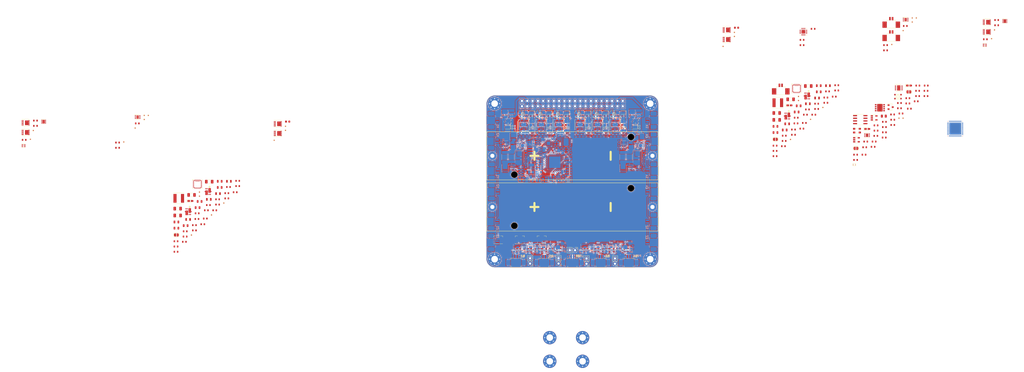
<source format=kicad_pcb>
(kicad_pcb (version 20210623) (generator pcbnew)

  (general
    (thickness 1)
  )

  (paper "A4")
  (title_block
    (title "BUTCube - EPS")
    (date "2021-08-20")
    (rev "v1.0")
    (company "VUT - FIT(STRaDe) & FME(IAE & IPE)")
    (comment 1 "Author: Petr Malaník")
  )

  (layers
    (0 "F.Cu" signal)
    (1 "In1.Cu" power)
    (2 "In2.Cu" mixed)
    (31 "B.Cu" signal)
    (32 "B.Adhes" user "B.Adhesive")
    (33 "F.Adhes" user "F.Adhesive")
    (34 "B.Paste" user)
    (35 "F.Paste" user)
    (36 "B.SilkS" user "B.Silkscreen")
    (37 "F.SilkS" user "F.Silkscreen")
    (38 "B.Mask" user)
    (39 "F.Mask" user)
    (40 "Dwgs.User" user "User.Drawings")
    (41 "Cmts.User" user "User.Comments")
    (42 "Eco1.User" user "User.Eco1")
    (43 "Eco2.User" user "User.Eco2")
    (44 "Edge.Cuts" user)
    (45 "Margin" user)
    (46 "B.CrtYd" user "B.Courtyard")
    (47 "F.CrtYd" user "F.Courtyard")
    (48 "B.Fab" user)
    (49 "F.Fab" user)
    (50 "User.1" user)
    (51 "User.2" user)
    (52 "User.3" user)
    (53 "User.4" user)
    (54 "User.5" user)
    (55 "User.6" user)
    (56 "User.7" user)
    (57 "User.8" user)
    (58 "User.9" user)
  )

  (setup
    (stackup
      (layer "F.SilkS" (type "Top Silk Screen"))
      (layer "F.Paste" (type "Top Solder Paste"))
      (layer "F.Mask" (type "Top Solder Mask") (color "Green") (thickness 0.01))
      (layer "F.Cu" (type "copper") (thickness 0.035))
      (layer "dielectric 1" (type "core") (thickness 0.28) (material "FR4") (epsilon_r 4.5) (loss_tangent 0.02))
      (layer "In1.Cu" (type "copper") (thickness 0.035))
      (layer "dielectric 2" (type "prepreg") (thickness 0.28) (material "FR4") (epsilon_r 4.5) (loss_tangent 0.02))
      (layer "In2.Cu" (type "copper") (thickness 0.035))
      (layer "dielectric 3" (type "core") (thickness 0.28) (material "FR4") (epsilon_r 4.5) (loss_tangent 0.02))
      (layer "B.Cu" (type "copper") (thickness 0.035))
      (layer "B.Mask" (type "Bottom Solder Mask") (color "Green") (thickness 0.01))
      (layer "B.Paste" (type "Bottom Solder Paste"))
      (layer "B.SilkS" (type "Bottom Silk Screen"))
      (copper_finish "Immersion gold")
      (dielectric_constraints no)
    )
    (pad_to_mask_clearance 0)
    (pcbplotparams
      (layerselection 0x00010fc_ffffffff)
      (disableapertmacros false)
      (usegerberextensions false)
      (usegerberattributes true)
      (usegerberadvancedattributes true)
      (creategerberjobfile true)
      (svguseinch false)
      (svgprecision 6)
      (excludeedgelayer true)
      (plotframeref false)
      (viasonmask false)
      (mode 1)
      (useauxorigin false)
      (hpglpennumber 1)
      (hpglpenspeed 20)
      (hpglpendiameter 15.000000)
      (dxfpolygonmode true)
      (dxfimperialunits true)
      (dxfusepcbnewfont true)
      (psnegative false)
      (psa4output false)
      (plotreference true)
      (plotvalue true)
      (plotinvisibletext false)
      (sketchpadsonfab false)
      (subtractmaskfromsilk false)
      (outputformat 1)
      (mirror false)
      (drillshape 1)
      (scaleselection 1)
      (outputdirectory "")
    )
  )

  (net 0 "")
  (net 1 "Net-(C1-Pad1)")
  (net 2 "VBUS")
  (net 3 "/Unit #1/MCU/MCU_POWER")
  (net 4 "/Unit #1/Battery charger/BAT")
  (net 5 "/Unit #1/Battery charger/SOLAR_IN")
  (net 6 "/USB power/USB_POWER")
  (net 7 "Net-(C6-Pad1)")
  (net 8 "Net-(C6-Pad2)")
  (net 9 "Net-(C7-Pad1)")
  (net 10 "GND")
  (net 11 "Net-(C7-Pad2)")
  (net 12 "Net-(C8-Pad1)")
  (net 13 "/Unit #1/Battery charger/PMID")
  (net 14 "/Unit #1/Battery charger/SYS")
  (net 15 "/Unit #1/Battery charger/REGN")
  (net 16 "/Unit #1/Activation control/PWR_OUT")
  (net 17 "Net-(C29-Pad1)")
  (net 18 "/Unit #1/MCU/OUT_CUR")
  (net 19 "Net-(C32-Pad1)")
  (net 20 "/Unit #1/MCU/VREF")
  (net 21 "Net-(C47-Pad1)")
  (net 22 "/Unit #2/MCU/MCU_POWER")
  (net 23 "/Unit #2/Battery charger/SOLAR_IN")
  (net 24 "Net-(C52-Pad1)")
  (net 25 "Net-(C52-Pad2)")
  (net 26 "Net-(C53-Pad1)")
  (net 27 "Net-(C53-Pad2)")
  (net 28 "Net-(C54-Pad1)")
  (net 29 "/Unit #2/Battery charger/PMID")
  (net 30 "/Unit #2/Battery charger/SYS")
  (net 31 "/Unit #2/Battery charger/REGN")
  (net 32 "/Unit #2/Activation control/PWR_OUT")
  (net 33 "Net-(C75-Pad1)")
  (net 34 "/Unit #2/MCU/OUT_CUR")
  (net 35 "Net-(C78-Pad1)")
  (net 36 "/Unit #2/MCU/VREF")
  (net 37 "Net-(C93-Pad1)")
  (net 38 "Net-(C94-Pad1)")
  (net 39 "/Unit #1/Output control/PWR_OUT")
  (net 40 "Net-(C96-Pad1)")
  (net 41 "Net-(C97-Pad1)")
  (net 42 "/Unit #2/Output control/PWR_OUT")
  (net 43 "Net-(C101-Pad1)")
  (net 44 "Net-(C102-Pad1)")
  (net 45 "Net-(C106-Pad1)")
  (net 46 "Net-(C107-Pad1)")
  (net 47 "Net-(C111-Pad1)")
  (net 48 "Net-(C112-Pad1)")
  (net 49 "Net-(C116-Pad1)")
  (net 50 "Net-(C117-Pad1)")
  (net 51 "Net-(C121-Pad1)")
  (net 52 "Net-(C122-Pad1)")
  (net 53 "/Unit #1/ADC/VBAT_CUR")
  (net 54 "/Unit #2/ADC/VBAT_CUR")
  (net 55 "Net-(C129-Pad1)")
  (net 56 "Net-(C130-Pad1)")
  (net 57 "Net-(C131-Pad1)")
  (net 58 "Net-(C132-Pad1)")
  (net 59 "Net-(C133-Pad1)")
  (net 60 "/Unit #2/Activation control/Activation logic/PWR_IN")
  (net 61 "Net-(C138-Pad1)")
  (net 62 "Net-(C139-Pad1)")
  (net 63 "Net-(C140-Pad1)")
  (net 64 "Net-(C141-Pad1)")
  (net 65 "Net-(C142-Pad1)")
  (net 66 "/Unit #1/Activation control/Activation logic/PWR_IN")
  (net 67 "Net-(D2-Pad2)")
  (net 68 "/Stack connector/CAN_L")
  (net 69 "/Stack connector/CAN_H")
  (net 70 "/Unit #1/ADC/1V8_CUR")
  (net 71 "/Unit #2/ADC/1V8_CUR")
  (net 72 "/Unit #1/ADC/3V3_CUR")
  (net 73 "/Unit #2/ADC/3V3_CUR")
  (net 74 "/Unit #1/ADC/5V_CUR")
  (net 75 "/Unit #2/ADC/5V_CUR")
  (net 76 "/Unit #1/Activation control/PWR_IN")
  (net 77 "/Unit #1/MCU/POWER")
  (net 78 "Net-(F3-Pad2)")
  (net 79 "/Unit #2/Activation control/PWR_IN")
  (net 80 "/Unit #2/MCU/POWER")
  (net 81 "Net-(F6-Pad2)")
  (net 82 "Net-(F7-Pad1)")
  (net 83 "/Unit #1/1V8")
  (net 84 "Net-(F8-Pad1)")
  (net 85 "/Unit #2/1V8")
  (net 86 "Net-(F9-Pad1)")
  (net 87 "/Unit #1/3V3")
  (net 88 "Net-(F10-Pad1)")
  (net 89 "/Unit #2/3V3")
  (net 90 "Net-(F11-Pad1)")
  (net 91 "/Unit #1/5V")
  (net 92 "Net-(F12-Pad1)")
  (net 93 "/Unit #2/5V")
  (net 94 "Net-(F13-Pad1)")
  (net 95 "/Unit #1/VBAT")
  (net 96 "Net-(F14-Pad1)")
  (net 97 "/Unit #2/VBAT")
  (net 98 "Net-(J7-Pad1)")
  (net 99 "/Unit #1/MCU/DBG_TX")
  (net 100 "/Unit #1/MCU/DBG_RX")
  (net 101 "/Unit #1/MCU/SWCLK")
  (net 102 "/Unit #1/MCU/SWDIO")
  (net 103 "/Unit #1/Battery temperature control/NTC_OUT")
  (net 104 "Net-(J11-Pad1)")
  (net 105 "/Stack connector/EPS#1_CHARGE")
  (net 106 "/Stack connector/RS_485_~{B}")
  (net 107 "/Stack connector/RS_485_A")
  (net 108 "/Stack connector/EPS#2_CHARGE")
  (net 109 "Net-(J19-Pad1)")
  (net 110 "/Unit #2/MCU/DBG_TX")
  (net 111 "/Unit #2/MCU/DBG_RX")
  (net 112 "/Unit #2/MCU/SWCLK")
  (net 113 "/Unit #2/MCU/SWDIO")
  (net 114 "/Unit #2/Battery temperature control/NTC_OUT")
  (net 115 "Net-(J23-Pad1)")
  (net 116 "/Activation switches/RBF_PIN")
  (net 117 "/Activation switches/SW_#1")
  (net 118 "/Activation switches/SW_#2")
  (net 119 "/Activation switches/SW_#3")
  (net 120 "/Activation switches/SW_#4")
  (net 121 "Net-(JP1-Pad2)")
  (net 122 "Net-(JP2-Pad1)")
  (net 123 "/Unit #1/MCU/NRST")
  (net 124 "Net-(JP3-Pad1)")
  (net 125 "Net-(JP3-Pad2)")
  (net 126 "Net-(JP4-Pad2)")
  (net 127 "Net-(JP5-Pad1)")
  (net 128 "/Unit #2/MCU/NRST")
  (net 129 "Net-(JP6-Pad1)")
  (net 130 "Net-(JP6-Pad2)")
  (net 131 "Net-(L3-Pad1)")
  (net 132 "Net-(L3-Pad2)")
  (net 133 "Net-(L4-Pad1)")
  (net 134 "Net-(L4-Pad2)")
  (net 135 "Net-(L5-Pad1)")
  (net 136 "Net-(L5-Pad2)")
  (net 137 "Net-(L6-Pad1)")
  (net 138 "Net-(L6-Pad2)")
  (net 139 "Net-(L7-Pad1)")
  (net 140 "Net-(L7-Pad2)")
  (net 141 "Net-(L8-Pad1)")
  (net 142 "Net-(L8-Pad2)")
  (net 143 "Net-(Q1-PadG1)")
  (net 144 "Net-(Q1-PadS1)")
  (net 145 "Net-(Q2-PadG1)")
  (net 146 "Net-(Q2-PadS1)")
  (net 147 "/Unit #1/Activation control/Activation logic/SEP_EN")
  (net 148 "Net-(Q3-Pad5)")
  (net 149 "/Unit #1/Activation control/Activation logic/RBF_EN")
  (net 150 "Net-(Q5-Pad1)")
  (net 151 "Net-(Q5-Pad3)")
  (net 152 "Net-(Q7-Pad1)")
  (net 153 "Net-(Q7-Pad4)")
  (net 154 "Net-(Q7-Pad5)")
  (net 155 "Net-(Q9-PadG1)")
  (net 156 "Net-(Q9-PadS1)")
  (net 157 "Net-(Q10-PadG1)")
  (net 158 "Net-(Q10-PadS1)")
  (net 159 "/Unit #2/Activation control/Activation logic/SEP_EN")
  (net 160 "Net-(Q11-Pad5)")
  (net 161 "/Unit #2/Activation control/Activation logic/RBF_EN")
  (net 162 "Net-(Q13-Pad1)")
  (net 163 "Net-(Q13-Pad3)")
  (net 164 "Net-(Q15-Pad1)")
  (net 165 "Net-(Q15-Pad4)")
  (net 166 "Net-(Q15-Pad5)")
  (net 167 "Net-(Q17-Pad4)")
  (net 168 "Net-(Q17-Pad5)")
  (net 169 "Net-(Q18-Pad1)")
  (net 170 "Net-(Q18-Pad4)")
  (net 171 "Net-(Q19-Pad4)")
  (net 172 "Net-(Q19-Pad5)")
  (net 173 "Net-(Q20-Pad1)")
  (net 174 "Net-(Q20-Pad4)")
  (net 175 "/Unit #1/Power supplies/Power_supply_1V8/PER_POWER")
  (net 176 "/Unit #1/MCU/1V8_EN")
  (net 177 "/Unit #2/Power supplies/Power_supply_1V8/PER_POWER")
  (net 178 "/Unit #2/MCU/1V8_EN")
  (net 179 "/Unit #1/MCU/3V3_EN")
  (net 180 "/Unit #2/MCU/3V3_EN")
  (net 181 "/Unit #1/Power supplies/Power_supply_5V/PER_POWER")
  (net 182 "/Unit #1/MCU/5V_EN")
  (net 183 "/Unit #2/Power supplies/Power_supply_5V/PER_POWER")
  (net 184 "/Unit #2/MCU/5V_EN")
  (net 185 "Net-(Q27-Pad1)")
  (net 186 "/Unit #1/MCU/VBAT_EN")
  (net 187 "Net-(Q28-Pad1)")
  (net 188 "/Unit #2/MCU/VBAT_EN")
  (net 189 "/Unit #1/Battery charger/D+")
  (net 190 "/Unit #1/Battery charger/D-")
  (net 191 "Net-(R5-Pad2)")
  (net 192 "Net-(R6-Pad2)")
  (net 193 "Net-(R7-Pad1)")
  (net 194 "Net-(R8-Pad2)")
  (net 195 "Net-(D1-Pad2)")
  (net 196 "Net-(R11-Pad1)")
  (net 197 "Net-(R16-Pad2)")
  (net 198 "Net-(R17-Pad2)")
  (net 199 "Net-(R18-Pad2)")
  (net 200 "Net-(R21-Pad2)")
  (net 201 "Net-(R22-Pad1)")
  (net 202 "Net-(R24-Pad2)")
  (net 203 "/Unit #1/MCU/VBAT")
  (net 204 "/Unit #1/MCU/VDDUSB")
  (net 205 "Net-(R30-Pad1)")
  (net 206 "/Unit #1/MCU/CAN_RS")
  (net 207 "/Unit #1/MCU/RS_485_R_EN")
  (net 208 "/Unit #1/MCU/RS_485_T_EN")
  (net 209 "/Unit #1/Battery temperature control/EN")
  (net 210 "/Unit #1/Battery temperature control/NTC_REF")
  (net 211 "/Unit #2/Battery charger/D+")
  (net 212 "/Unit #2/Battery charger/D-")
  (net 213 "Net-(R47-Pad2)")
  (net 214 "Net-(R57-Pad2)")
  (net 215 "/Unit #2/MCU/VBAT")
  (net 216 "/Unit #2/MCU/VDDUSB")
  (net 217 "/Unit #2/MCU/CAN_RS")
  (net 218 "/Unit #2/MCU/RS_485_R_EN")
  (net 219 "/Unit #2/MCU/RS_485_T_EN")
  (net 220 "/Unit #2/Battery temperature control/EN")
  (net 221 "/Unit #2/Battery temperature control/NTC_REF")
  (net 222 "Net-(R82-Pad1)")
  (net 223 "Net-(R91-Pad2)")
  (net 224 "Net-(R98-Pad2)")
  (net 225 "Net-(R105-Pad2)")
  (net 226 "Net-(R112-Pad2)")
  (net 227 "Net-(R119-Pad2)")
  (net 228 "/Unit #1/Battery temperature control/~{FAULT}")
  (net 229 "/Unit #2/Battery temperature control/~{FAULT}")
  (net 230 "Net-(TP61-Pad1)")
  (net 231 "Net-(TP62-Pad1)")
  (net 232 "Net-(TP63-Pad1)")
  (net 233 "Net-(TP64-Pad1)")
  (net 234 "Net-(TP67-Pad1)")
  (net 235 "Net-(TP69-Pad1)")
  (net 236 "Net-(TP70-Pad1)")
  (net 237 "Net-(TP71-Pad1)")
  (net 238 "Net-(TP72-Pad1)")
  (net 239 "Net-(TP75-Pad1)")
  (net 240 "/Unit #1/ADC/~{CS}")
  (net 241 "/Unit #1/MCU/SPI_MISO")
  (net 242 "/Unit #1/MCU/SPI_SCK")
  (net 243 "/Unit #1/MCU/SPI_MOSI")
  (net 244 "Net-(D1-Pad1)")
  (net 245 "/Unit #1/Battery charger/SCL")
  (net 246 "/Unit #1/Battery charger/SDA")
  (net 247 "/Unit #1/Battery charger/~{INT}")
  (net 248 "/Unit #1/MCU/WDG_RESET")
  (net 249 "/Unit #1/MCU/FRAM_CS")
  (net 250 "/Unit #1/MCU/LSE")
  (net 251 "/Unit #1/MCU/HSE")
  (net 252 "/Unit #1/Battery charger/BAT_ALERT")
  (net 253 "/Unit #1/MCU/RS_485_R")
  (net 254 "/Unit #1/MCU/RS_485_T")
  (net 255 "/Unit #1/MCU/CAN_RX")
  (net 256 "/Unit #1/MCU/CAN_TX")
  (net 257 "/Unit #2/ADC/~{CS}")
  (net 258 "/Unit #2/MCU/SPI_MISO")
  (net 259 "/Unit #2/MCU/SPI_SCK")
  (net 260 "/Unit #2/MCU/SPI_MOSI")
  (net 261 "Net-(D5-Pad1)")
  (net 262 "/Unit #2/Battery charger/SCL")
  (net 263 "/Unit #2/Battery charger/SDA")
  (net 264 "/Unit #2/Battery charger/~{INT}")
  (net 265 "/Unit #2/MCU/WDG_RESET")
  (net 266 "/Unit #2/MCU/FRAM_CS")
  (net 267 "/Unit #2/MCU/LSE")
  (net 268 "/Unit #2/MCU/HSE")
  (net 269 "/Unit #2/Battery charger/BAT_ALERT")
  (net 270 "/Unit #2/MCU/RS_485_R")
  (net 271 "/Unit #2/MCU/RS_485_T")
  (net 272 "/Unit #2/MCU/CAN_RX")
  (net 273 "/Unit #2/MCU/CAN_TX")
  (net 274 "Net-(U52-Pad6)")
  (net 275 "Net-(U53-Pad8)")
  (net 276 "Net-(U54-Pad12)")
  (net 277 "Net-(U48-Pad6)")
  (net 278 "Net-(U48-Pad8)")
  (net 279 "Net-(U48-Pad12)")
  (net 280 "Net-(U49-Pad10)")
  (net 281 "Net-(U49-Pad8)")
  (net 282 "Net-(U49-Pad12)")
  (net 283 "Net-(U50-Pad12)")
  (net 284 "Net-(U52-Pad8)")
  (net 285 "Net-(U52-Pad12)")
  (net 286 "Net-(U53-Pad10)")
  (net 287 "Net-(U53-Pad12)")
  (net 288 "Net-(D4-Pad1)")
  (net 289 "Net-(D7-Pad1)")
  (net 290 "Net-(D7-Pad2)")
  (net 291 "Net-(D8-Pad2)")
  (net 292 "Net-(D10-Pad1)")
  (net 293 "Net-(D11-Pad1)")
  (net 294 "/Unit #1/MCU/LED1")
  (net 295 "/Unit #1/MCU/LED2")
  (net 296 "Net-(R41-Pad1)")
  (net 297 "Net-(R46-Pad2)")
  (net 298 "Net-(R48-Pad1)")
  (net 299 "Net-(R49-Pad2)")
  (net 300 "Net-(R52-Pad1)")
  (net 301 "Net-(R58-Pad2)")
  (net 302 "Net-(R59-Pad2)")
  (net 303 "Net-(R62-Pad2)")
  (net 304 "Net-(R63-Pad1)")
  (net 305 "Net-(R65-Pad2)")
  (net 306 "Net-(R71-Pad1)")
  (net 307 "/Unit #2/MCU/LED1")
  (net 308 "/Unit #2/MCU/LED2")
  (net 309 "Net-(R84-Pad1)")
  (net 310 "Net-(R86-Pad1)")
  (net 311 "Net-(R88-Pad2)")
  (net 312 "Net-(R89-Pad1)")
  (net 313 "Net-(R95-Pad2)")
  (net 314 "Net-(R96-Pad1)")
  (net 315 "Net-(R102-Pad2)")
  (net 316 "Net-(R103-Pad1)")
  (net 317 "Net-(R109-Pad2)")
  (net 318 "Net-(R110-Pad1)")
  (net 319 "Net-(R116-Pad2)")
  (net 320 "Net-(R117-Pad1)")
  (net 321 "Net-(R123-Pad2)")
  (net 322 "Net-(R124-Pad1)")
  (net 323 "Net-(R126-Pad2)")
  (net 324 "Net-(R132-Pad2)")
  (net 325 "Net-(R137-Pad2)")
  (net 326 "/Unit #2/Battery charger/BAT")
  (net 327 "/Unit #1/Battery charger/BAT+")
  (net 328 "/Unit #2/Battery charger/BAT+")

  (footprint "TCY_passives:C_0603_1608Metric" (layer "F.Cu") (at -50.735 105.76))

  (footprint "TCY_passives:C_0603_1608Metric" (layer "F.Cu") (at 252.82 41.71))

  (footprint "TCY_passives:R_0603_1608Metric" (layer "F.Cu") (at 227.69 63.37))

  (footprint "Diode_SMD:D_SOD-323F" (layer "F.Cu") (at 95.1 59.325 180))

  (footprint "TCY_passives:C_0603_1608Metric" (layer "F.Cu") (at 261.855 74.97))

  (footprint "TCY_IC:VQFN-HR_29(34)_4x4mm_P0.4mm" (layer "F.Cu") (at 233.555 40.775))

  (footprint "TCY_passives:R_0603_1608Metric" (layer "F.Cu") (at 93.1 53.725 90))

  (footprint "Package_TO_SOT_SMD:SOT-23-5" (layer "F.Cu") (at 262.275 65.33))

  (footprint "TCY_passives:R_0603_1608Metric" (layer "F.Cu") (at 276.2 19.99))

  (footprint "MountingHole:MountingHole_3.2mm_M3_Pad_Via" (layer "F.Cu") (at 89 122.5))

  (footprint "TCY_passives:R_0603_1608Metric" (layer "F.Cu") (at 107.05 58.2))

  (footprint "TCY_passives:C_0603_1608Metric" (layer "F.Cu") (at -59.555 114.17))

  (footprint "TCY_connectors:TestPoint_Pad_D0.5mm" (layer "F.Cu") (at 158.4 59.9))

  (footprint "TCY_connectors:Amphenol_10114830-11102LF_1x02_P1.25mm_Horizontal" (layer "F.Cu") (at 99.25 122))

  (footprint "TCY_passives:R_0603_1608Metric" (layer "F.Cu") (at 113.7 118.2 -90))

  (footprint "TCY_passives:R_0603_1608Metric" (layer "F.Cu") (at 276.2 22.5))

  (footprint "TCY_passives:R_0603_1608Metric" (layer "F.Cu") (at 151.187255 118.138244 -90))

  (footprint "TCY_passives:R_0603_1608Metric" (layer "F.Cu") (at 266.705 66.18))

  (footprint "TCY_connectors:TestPoint_Pad_D0.5mm" (layer "F.Cu") (at -88.565 66.37))

  (footprint "TCY_connectors:TestPoint_Pad_D0.5mm" (layer "F.Cu") (at -56.175 110.94))

  (footprint "TCY_passives:R_0603_1608Metric" (layer "F.Cu") (at 295.555 41.88))

  (footprint "TCY_passives:R_0603_1608Metric" (layer "F.Cu") (at 223.28 70.65))

  (footprint "Connector_PinHeader_2.54mm:PinHeader_1x02_P2.54mm_Vertical" (layer "F.Cu") (at 146.6 124.675 180))

  (footprint "TCY_passives:C_0603_1608Metric" (layer "F.Cu") (at 287.585 50.43))

  (footprint "TCY_passives:R_0603_1608Metric" (layer "F.Cu") (at 248.41 42.15))

  (footprint "TCY_passives:R_0603_1608Metric" (layer "F.Cu") (at -82.095 57.48))

  (footprint "TCY_passives:R_0603_1608Metric" (layer "F.Cu") (at -130.855 56.14))

  (footprint "TCY_passives:R_0603_1608Metric" (layer "F.Cu") (at 290.875 46.9))

  (footprint "TCY_passives:R_0603_1608Metric" (layer "F.Cu") (at 115.45 55.4))

  (footprint "TCY_passives:R_0603_1608Metric" (layer "F.Cu") (at 150.8 54 180))

  (footprint "TCY_connectors:TestPoint_Pad_D0.5mm" (layer "F.Cu") (at -83.125 59.71))

  (footprint "TCY_connectors:TestPoint_Pad_D0.5mm" (layer "F.Cu") (at -52.335 90.36))

  (footprint "TCY_passives:C_0805_2012Metric" (layer "F.Cu") (at 233.61 52.02))

  (footprint "TCY_passives:R_0603_1608Metric" (layer "F.Cu") (at -54.745 106.2))

  (footprint "TCY_passives:R_0603_1608Metric" (layer "F.Cu") (at 237.31 57.26))

  (footprint "TCY_passives:R_0603_1608Metric" (layer "F.Cu") (at 131.987255 118.138244 90))

  (footprint "TCY_passives:C_0603_1608Metric" (layer "F.Cu") (at 282.855 50.23))

  (footprint "TCY_passives:R_0603_1608Metric" (layer "F.Cu") (at 271.625 60.94))

  (footprint "TCY_passives:C_0603_1608Metric" (layer "F.Cu") (at 223.28 73.16))

  (footprint "TCY_connectors:TestPoint_Pad_D0.5mm" (layer "F.Cu") (at 290.92 6.99))

  (footprint "Package_SO:Vishay_PowerPAK_1212-8_Single" (layer "F.Cu") (at 200.13 17.32))

  (footprint "Package_SO:Vishay_PowerPAK_1212-8_Single" (layer "F.Cu") (at 200.13 12.71))

  (footprint "TCY_passives:R_0603_1608Metric" (layer "F.Cu") (at 238.79 50.8))

  (footprint "TCY_connectors:TestPoint_Pad_D0.5mm" (layer "F.Cu") (at 114.675 59.5))

  (footprint "TCY_passives:C_0805_2012Metric" (layer "F.Cu") (at -53.235 97.8))

  (footprint "TCY_connectors:TestPoint_Pad_D0.5mm" (layer "F.Cu") (at 107.825 59.5))

  (footprint "TCY_passives:C_0805_2012Metric" (layer "F.Cu") (at -52.265 94.85))

  (footprint "TCY_connectors:TestPoint_Pad_D0.5mm" (layer "F.Cu") (at 124.625 59.5))

  (footprint "Diode_SMD:D_SOD-323F" (layer "F.Cu") (at 106.7 52.25 180))

  (footprint "TCY_oscillators:CSP-4_1.5x0.8mm" (layer "F.Cu") (at 261.21 77.285))

  (footprint "TCY_passives:R_0603_1608Metric" (layer "F.Cu") (at 275.635 56.73))

  (footprint "TCY_passives:C_0603_1608Metric" (layer "F.Cu") (at 236.11 59.98))

  (footprint "TCY_connectors:TestPoint_Pad_D0.5mm" (layer "F.Cu") (at -40.665 95.62))

  (footprint "TCY_passives:C_0603_1608Metric" (layer "F.Cu") (at 138.787255 118.138244 -90))

  (footprint "TCY_passives:R_0603_1608Metric" (layer "F.Cu") (at 223.28 68.14))

  (footprint "TCY_passives:C_0603_1608Metric" (layer "F.Cu") (at -34.025 84.98))

  (footprint "TCY_passives:C_0603_1608Metric" (layer "F.Cu") (at 295.655 39.37))

  (footprint "TCY_passives:R_0603_1608Metric" (layer "F.Cu") (at 120.5 118.2 90))

  (footprint "TCY_passives:C_0805_2012Metric" (layer "F.Cu") (at 243.4 45.32))

  (footprint "Diode_SMD:D_SOD-323F" (layer "F.Cu") (at 133.65 52.25 180))

  (footprint "Fuse:Fuse_0603_1608Metric" (layer "F.Cu") (at -10.105 56.62))

  (footprint "TCY_passives:C_0805_2012Metric" (layer "F.Cu") (at 238.99 48.07))

  (footprint "TCY_passives:R_0603_1608Metric" (layer "F.Cu") (at -63.565 113.92))

... [5783471 chars truncated]
</source>
